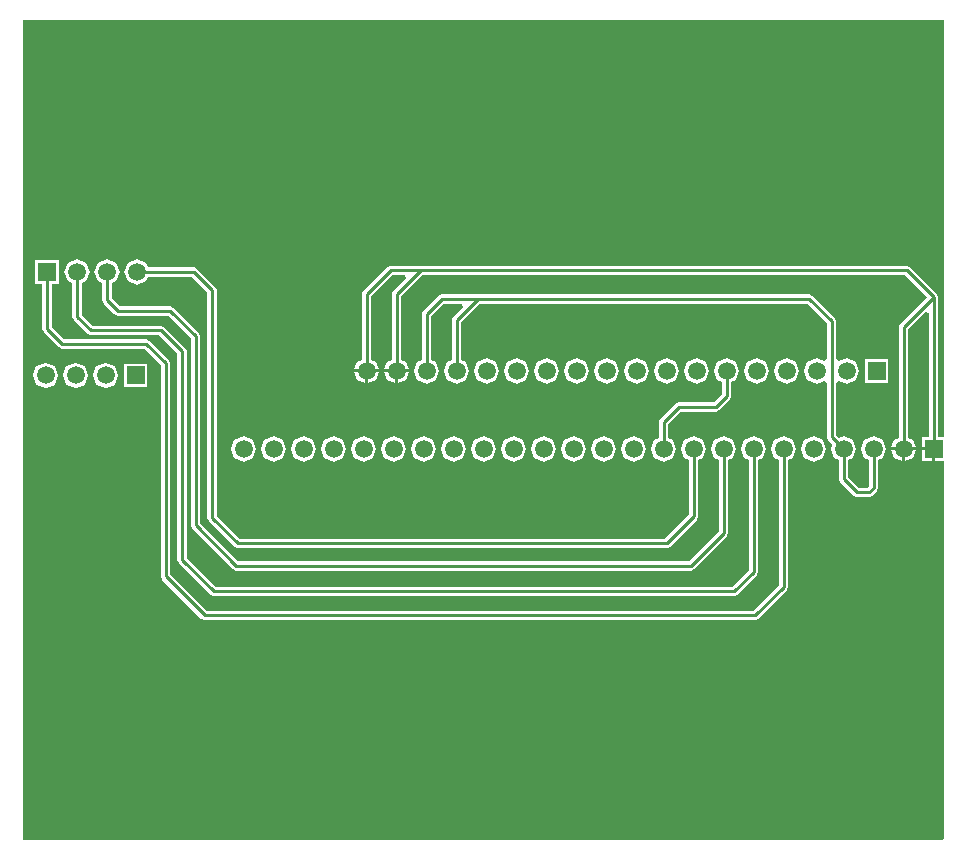
<source format=gbl>
G04 Layer_Physical_Order=2*
G04 Layer_Color=16711680*
%FSLAX43Y43*%
%MOMM*%
G71*
G01*
G75*
%ADD10C,0.254*%
%ADD11C,1.500*%
%ADD12R,1.500X1.500*%
G36*
X117602Y86602D02*
X117125D01*
Y98425D01*
X117005Y98717D01*
X114719Y101003D01*
X114427Y101123D01*
X70739D01*
X70447Y101003D01*
X68415Y98971D01*
X68295Y98679D01*
Y93118D01*
X67939Y92970D01*
X67673Y92329D01*
X68707D01*
X69741D01*
X69475Y92970D01*
X69119Y93118D01*
Y98508D01*
X70910Y100299D01*
X71952D01*
X72049Y100064D01*
X70955Y98971D01*
X70835Y98679D01*
Y93118D01*
X70479Y92970D01*
X70213Y92329D01*
X71247D01*
X72281D01*
X72015Y92970D01*
X71659Y93118D01*
Y98508D01*
X73450Y100299D01*
X114256D01*
X116130Y98425D01*
X113881Y96177D01*
X113761Y95885D01*
Y86514D01*
X113405Y86366D01*
X113139Y85725D01*
X114173D01*
X115207D01*
X114941Y86366D01*
X114585Y86514D01*
Y95714D01*
X116066Y97195D01*
X116301Y97098D01*
Y86602D01*
X115709D01*
Y85725D01*
X116713D01*
Y85598D01*
X116840D01*
Y84594D01*
X117602D01*
Y52705D01*
X117621Y52686D01*
X117524Y52451D01*
X39624D01*
Y121920D01*
X117602D01*
Y86602D01*
D02*
G37*
%LPC*%
G36*
X83693Y86685D02*
X82925Y86366D01*
X82606Y85598D01*
X82925Y84830D01*
X83693Y84511D01*
X84461Y84830D01*
X84780Y85598D01*
X84461Y86366D01*
X83693Y86685D01*
D02*
G37*
G36*
X86233D02*
X85465Y86366D01*
X85146Y85598D01*
X85465Y84830D01*
X86233Y84511D01*
X87001Y84830D01*
X87320Y85598D01*
X87001Y86366D01*
X86233Y86685D01*
D02*
G37*
G36*
X81153D02*
X80385Y86366D01*
X80066Y85598D01*
X80385Y84830D01*
X81153Y84511D01*
X81921Y84830D01*
X82240Y85598D01*
X81921Y86366D01*
X81153Y86685D01*
D02*
G37*
G36*
X76073D02*
X75305Y86366D01*
X74986Y85598D01*
X75305Y84830D01*
X76073Y84511D01*
X76841Y84830D01*
X77160Y85598D01*
X76841Y86366D01*
X76073Y86685D01*
D02*
G37*
G36*
X78613D02*
X77845Y86366D01*
X77526Y85598D01*
X77845Y84830D01*
X78613Y84511D01*
X79381Y84830D01*
X79700Y85598D01*
X79381Y86366D01*
X78613Y86685D01*
D02*
G37*
G36*
X106553D02*
X105785Y86366D01*
X105466Y85598D01*
X105785Y84830D01*
X106553Y84511D01*
X107321Y84830D01*
X107640Y85598D01*
X107321Y86366D01*
X106553Y86685D01*
D02*
G37*
G36*
X114046Y85471D02*
X113139D01*
X113405Y84830D01*
X114046Y84564D01*
Y85471D01*
D02*
G37*
G36*
X99187Y93289D02*
X98419Y92970D01*
X98100Y92202D01*
X98419Y91434D01*
X98775Y91286D01*
Y90214D01*
X98127Y89566D01*
X95123D01*
X94831Y89446D01*
X93561Y88176D01*
X93441Y87884D01*
Y86514D01*
X93085Y86366D01*
X92766Y85598D01*
X93085Y84830D01*
X93853Y84511D01*
X94621Y84830D01*
X94940Y85598D01*
X94621Y86366D01*
X94265Y86514D01*
Y87713D01*
X95294Y88742D01*
X98298D01*
X98590Y88862D01*
X99479Y89751D01*
X99599Y90043D01*
Y91286D01*
X99955Y91434D01*
X100274Y92202D01*
X99955Y92970D01*
X99187Y93289D01*
D02*
G37*
G36*
X88773Y86685D02*
X88005Y86366D01*
X87686Y85598D01*
X88005Y84830D01*
X88773Y84511D01*
X89541Y84830D01*
X89860Y85598D01*
X89541Y86366D01*
X88773Y86685D01*
D02*
G37*
G36*
X91313D02*
X90545Y86366D01*
X90226Y85598D01*
X90545Y84830D01*
X91313Y84511D01*
X92081Y84830D01*
X92400Y85598D01*
X92081Y86366D01*
X91313Y86685D01*
D02*
G37*
G36*
X49276Y101671D02*
X48508Y101352D01*
X48189Y100584D01*
X48508Y99816D01*
X49276Y99497D01*
X50044Y99816D01*
X50192Y100172D01*
X53931D01*
X55214Y98889D01*
Y79756D01*
X55334Y79464D01*
X57493Y77305D01*
X57785Y77185D01*
X94107D01*
X94399Y77305D01*
X96685Y79591D01*
X96805Y79883D01*
Y84682D01*
X97161Y84830D01*
X97480Y85598D01*
X97161Y86366D01*
X96393Y86685D01*
X95625Y86366D01*
X95306Y85598D01*
X95625Y84830D01*
X95981Y84682D01*
Y80054D01*
X93936Y78009D01*
X57956D01*
X56038Y79927D01*
Y99060D01*
X55918Y99352D01*
X54394Y100876D01*
X54102Y100996D01*
X50192D01*
X50044Y101352D01*
X49276Y101671D01*
D02*
G37*
G36*
X58293Y86685D02*
X57525Y86366D01*
X57206Y85598D01*
X57525Y84830D01*
X58293Y84511D01*
X59061Y84830D01*
X59380Y85598D01*
X59061Y86366D01*
X58293Y86685D01*
D02*
G37*
G36*
X46736Y101671D02*
X45968Y101352D01*
X45649Y100584D01*
X45968Y99816D01*
X46324Y99668D01*
Y98171D01*
X46444Y97879D01*
X47333Y96990D01*
X47625Y96870D01*
X51899D01*
X53817Y94952D01*
Y79121D01*
X53937Y78829D01*
X57366Y75400D01*
X57658Y75280D01*
X96139D01*
X96431Y75400D01*
X99225Y78194D01*
X99345Y78486D01*
Y84682D01*
X99701Y84830D01*
X100020Y85598D01*
X99701Y86366D01*
X98933Y86685D01*
X98165Y86366D01*
X97846Y85598D01*
X98165Y84830D01*
X98521Y84682D01*
Y78657D01*
X95968Y76104D01*
X57829D01*
X54641Y79292D01*
Y95123D01*
X54521Y95415D01*
X52362Y97574D01*
X52070Y97694D01*
X47796D01*
X47148Y98342D01*
Y99668D01*
X47504Y99816D01*
X47823Y100584D01*
X47504Y101352D01*
X46736Y101671D01*
D02*
G37*
G36*
X42660Y101588D02*
X40652D01*
Y99580D01*
X41244D01*
Y95758D01*
X41364Y95466D01*
X42634Y94196D01*
X42926Y94076D01*
X49867D01*
X51277Y92666D01*
Y74803D01*
X51397Y74511D01*
X54699Y71209D01*
X54991Y71089D01*
X101600D01*
X101892Y71209D01*
X104305Y73622D01*
X104425Y73914D01*
Y84682D01*
X104781Y84830D01*
X105100Y85598D01*
X104781Y86366D01*
X104013Y86685D01*
X103245Y86366D01*
X102926Y85598D01*
X103245Y84830D01*
X103601Y84682D01*
Y74085D01*
X101429Y71913D01*
X55162D01*
X52101Y74974D01*
Y92837D01*
X51981Y93129D01*
X50330Y94780D01*
X50038Y94900D01*
X43097D01*
X42068Y95929D01*
Y99580D01*
X42660D01*
Y101588D01*
D02*
G37*
G36*
X44196Y101671D02*
X43428Y101352D01*
X43109Y100584D01*
X43428Y99816D01*
X43784Y99668D01*
Y96774D01*
X43904Y96482D01*
X45047Y95339D01*
X45339Y95219D01*
X51137D01*
X52674Y93682D01*
Y76200D01*
X52794Y75908D01*
X55461Y73241D01*
X55753Y73121D01*
X99822D01*
X100114Y73241D01*
X101765Y74892D01*
X101885Y75184D01*
Y84682D01*
X102241Y84830D01*
X102560Y85598D01*
X102241Y86366D01*
X101473Y86685D01*
X100705Y86366D01*
X100386Y85598D01*
X100705Y84830D01*
X101061Y84682D01*
Y75355D01*
X99651Y73945D01*
X55924D01*
X53498Y76371D01*
Y93853D01*
X53378Y94145D01*
X51600Y95923D01*
X51308Y96043D01*
X45510D01*
X44608Y96945D01*
Y99668D01*
X44964Y99816D01*
X45283Y100584D01*
X44964Y101352D01*
X44196Y101671D01*
D02*
G37*
G36*
X60833Y86685D02*
X60065Y86366D01*
X59746Y85598D01*
X60065Y84830D01*
X60833Y84511D01*
X61601Y84830D01*
X61920Y85598D01*
X61601Y86366D01*
X60833Y86685D01*
D02*
G37*
G36*
X70993D02*
X70225Y86366D01*
X69906Y85598D01*
X70225Y84830D01*
X70993Y84511D01*
X71761Y84830D01*
X72080Y85598D01*
X71761Y86366D01*
X70993Y86685D01*
D02*
G37*
G36*
X73533D02*
X72765Y86366D01*
X72446Y85598D01*
X72765Y84830D01*
X73533Y84511D01*
X74301Y84830D01*
X74620Y85598D01*
X74301Y86366D01*
X73533Y86685D01*
D02*
G37*
G36*
X68453D02*
X67685Y86366D01*
X67366Y85598D01*
X67685Y84830D01*
X68453Y84511D01*
X69221Y84830D01*
X69540Y85598D01*
X69221Y86366D01*
X68453Y86685D01*
D02*
G37*
G36*
X63373D02*
X62605Y86366D01*
X62286Y85598D01*
X62605Y84830D01*
X63373Y84511D01*
X64141Y84830D01*
X64460Y85598D01*
X64141Y86366D01*
X63373Y86685D01*
D02*
G37*
G36*
X65913D02*
X65145Y86366D01*
X64826Y85598D01*
X65145Y84830D01*
X65913Y84511D01*
X66681Y84830D01*
X67000Y85598D01*
X66681Y86366D01*
X65913Y86685D01*
D02*
G37*
G36*
X115207Y85471D02*
X114300D01*
Y84564D01*
X114941Y84830D01*
X115207Y85471D01*
D02*
G37*
G36*
X104267Y93289D02*
X103499Y92970D01*
X103180Y92202D01*
X103499Y91434D01*
X104267Y91115D01*
X105035Y91434D01*
X105354Y92202D01*
X105035Y92970D01*
X104267Y93289D01*
D02*
G37*
G36*
X68580Y92075D02*
X67673D01*
X67939Y91434D01*
X68580Y91168D01*
Y92075D01*
D02*
G37*
G36*
X101727Y93289D02*
X100959Y92970D01*
X100640Y92202D01*
X100959Y91434D01*
X101727Y91115D01*
X102495Y91434D01*
X102814Y92202D01*
X102495Y92970D01*
X101727Y93289D01*
D02*
G37*
G36*
X94107D02*
X93339Y92970D01*
X93020Y92202D01*
X93339Y91434D01*
X94107Y91115D01*
X94875Y91434D01*
X95194Y92202D01*
X94875Y92970D01*
X94107Y93289D01*
D02*
G37*
G36*
X96647D02*
X95879Y92970D01*
X95560Y92202D01*
X95879Y91434D01*
X96647Y91115D01*
X97415Y91434D01*
X97734Y92202D01*
X97415Y92970D01*
X96647Y93289D01*
D02*
G37*
G36*
X112891Y93206D02*
X110883D01*
Y91198D01*
X112891D01*
Y93206D01*
D02*
G37*
G36*
X106172Y98710D02*
X75057D01*
X74765Y98590D01*
X73495Y97320D01*
X73375Y97028D01*
Y93118D01*
X73019Y92970D01*
X72700Y92202D01*
X73019Y91434D01*
X73787Y91115D01*
X74555Y91434D01*
X74874Y92202D01*
X74555Y92970D01*
X74199Y93118D01*
Y96857D01*
X75228Y97886D01*
X76778D01*
X76875Y97651D01*
X76035Y96812D01*
X75915Y96520D01*
Y93118D01*
X75559Y92970D01*
X75240Y92202D01*
X75559Y91434D01*
X76327Y91115D01*
X77095Y91434D01*
X77414Y92202D01*
X77095Y92970D01*
X76739Y93118D01*
Y96349D01*
X78276Y97886D01*
X106001D01*
X107665Y96222D01*
Y93208D01*
X107411Y93039D01*
X106807Y93289D01*
X106039Y92970D01*
X105720Y92202D01*
X106039Y91434D01*
X106807Y91115D01*
X107411Y91365D01*
X107665Y91196D01*
Y86614D01*
X107785Y86322D01*
X108154Y85954D01*
X108006Y85598D01*
X108325Y84830D01*
X108681Y84682D01*
Y83058D01*
X108801Y82766D01*
X109944Y81623D01*
X110236Y81503D01*
X111252D01*
X111544Y81623D01*
X111925Y82004D01*
X112045Y82296D01*
Y84682D01*
X112401Y84830D01*
X112720Y85598D01*
X112401Y86366D01*
X111633Y86685D01*
X110865Y86366D01*
X110546Y85598D01*
X110865Y84830D01*
X111221Y84682D01*
Y82467D01*
X111081Y82327D01*
X110407D01*
X109505Y83229D01*
Y84682D01*
X109861Y84830D01*
X110180Y85598D01*
X109861Y86366D01*
X109093Y86685D01*
X108737Y86537D01*
X108489Y86785D01*
Y91196D01*
X108743Y91365D01*
X109347Y91115D01*
X110115Y91434D01*
X110434Y92202D01*
X110115Y92970D01*
X109347Y93289D01*
X108743Y93039D01*
X108489Y93208D01*
Y96393D01*
X108369Y96685D01*
X106464Y98590D01*
X106172Y98710D01*
D02*
G37*
G36*
X72281Y92075D02*
X71374D01*
Y91168D01*
X72015Y91434D01*
X72281Y92075D01*
D02*
G37*
G36*
X71120D02*
X70213D01*
X70479Y91434D01*
X71120Y91168D01*
Y92075D01*
D02*
G37*
G36*
X69741D02*
X68834D01*
Y91168D01*
X69475Y91434D01*
X69741Y92075D01*
D02*
G37*
G36*
X91567Y93289D02*
X90799Y92970D01*
X90480Y92202D01*
X90799Y91434D01*
X91567Y91115D01*
X92335Y91434D01*
X92654Y92202D01*
X92335Y92970D01*
X91567Y93289D01*
D02*
G37*
G36*
X46609Y92908D02*
X45841Y92589D01*
X45522Y91821D01*
X45841Y91053D01*
X46609Y90734D01*
X47377Y91053D01*
X47696Y91821D01*
X47377Y92589D01*
X46609Y92908D01*
D02*
G37*
G36*
X50153Y92825D02*
X48145D01*
Y90817D01*
X50153D01*
Y92825D01*
D02*
G37*
G36*
X44069Y92908D02*
X43301Y92589D01*
X42982Y91821D01*
X43301Y91053D01*
X44069Y90734D01*
X44837Y91053D01*
X45156Y91821D01*
X44837Y92589D01*
X44069Y92908D01*
D02*
G37*
G36*
X116586Y85471D02*
X115709D01*
Y84594D01*
X116586D01*
Y85471D01*
D02*
G37*
G36*
X41529Y92908D02*
X40761Y92589D01*
X40442Y91821D01*
X40761Y91053D01*
X41529Y90734D01*
X42297Y91053D01*
X42616Y91821D01*
X42297Y92589D01*
X41529Y92908D01*
D02*
G37*
G36*
X86487Y93289D02*
X85719Y92970D01*
X85400Y92202D01*
X85719Y91434D01*
X86487Y91115D01*
X87255Y91434D01*
X87574Y92202D01*
X87255Y92970D01*
X86487Y93289D01*
D02*
G37*
G36*
X89027D02*
X88259Y92970D01*
X87940Y92202D01*
X88259Y91434D01*
X89027Y91115D01*
X89795Y91434D01*
X90114Y92202D01*
X89795Y92970D01*
X89027Y93289D01*
D02*
G37*
G36*
X83947D02*
X83179Y92970D01*
X82860Y92202D01*
X83179Y91434D01*
X83947Y91115D01*
X84715Y91434D01*
X85034Y92202D01*
X84715Y92970D01*
X83947Y93289D01*
D02*
G37*
G36*
X78867D02*
X78099Y92970D01*
X77780Y92202D01*
X78099Y91434D01*
X78867Y91115D01*
X79635Y91434D01*
X79954Y92202D01*
X79635Y92970D01*
X78867Y93289D01*
D02*
G37*
G36*
X81407D02*
X80639Y92970D01*
X80320Y92202D01*
X80639Y91434D01*
X81407Y91115D01*
X82175Y91434D01*
X82494Y92202D01*
X82175Y92970D01*
X81407Y93289D01*
D02*
G37*
%LPD*%
D10*
X41656Y95758D02*
Y100584D01*
Y95758D02*
X42926Y94488D01*
X50038D01*
X51689Y92837D01*
Y74803D02*
Y92837D01*
Y74803D02*
X54991Y71501D01*
X101600D01*
X104013Y73914D01*
Y85598D01*
X44196Y96774D02*
Y100584D01*
Y96774D02*
X45339Y95631D01*
X51308D01*
X53086Y93853D01*
Y76200D02*
Y93853D01*
Y76200D02*
X55753Y73533D01*
X99822D01*
X101473Y75184D01*
Y85598D01*
X46736Y98171D02*
Y100584D01*
Y98171D02*
X47625Y97282D01*
X52070D01*
X54229Y95123D01*
Y79121D02*
Y95123D01*
Y79121D02*
X57658Y75692D01*
X96139D01*
X57785Y77597D02*
X94107D01*
X55626Y79756D02*
X57785Y77597D01*
X55626Y79756D02*
Y99060D01*
X54102Y100584D02*
X55626Y99060D01*
X49276Y100584D02*
X54102D01*
X96139Y75692D02*
X98933Y78486D01*
Y85598D01*
X94107Y77597D02*
X96393Y79883D01*
Y85598D01*
X73279Y100711D02*
X114427D01*
X70739D02*
X73279D01*
X71247Y98679D02*
X73279Y100711D01*
X71247Y92202D02*
Y98679D01*
X114173Y95885D02*
X116713Y98425D01*
X114173Y85598D02*
Y95885D01*
X116713Y85598D02*
Y98425D01*
X114427Y100711D02*
X116713Y98425D01*
X68707Y98679D02*
X70739Y100711D01*
X68707Y92202D02*
Y98679D01*
X78105Y98298D02*
X106172D01*
X75057D02*
X78105D01*
X76327Y96520D02*
X78105Y98298D01*
X76327Y92202D02*
Y96520D01*
X111633Y82296D02*
Y85598D01*
X111252Y81915D02*
X111633Y82296D01*
X110236Y81915D02*
X111252D01*
X109093Y83058D02*
X110236Y81915D01*
X109093Y83058D02*
Y85598D01*
X108077Y86614D02*
X109093Y85598D01*
X108077Y86614D02*
Y96393D01*
X106172Y98298D02*
X108077Y96393D01*
X73787Y97028D02*
X75057Y98298D01*
X73787Y92202D02*
Y97028D01*
X99187Y90043D02*
Y92202D01*
X98298Y89154D02*
X99187Y90043D01*
X95123Y89154D02*
X98298D01*
X93853Y87884D02*
X95123Y89154D01*
X93853Y85598D02*
Y87884D01*
D11*
X41529Y91821D02*
D03*
X44069D02*
D03*
X46609D02*
D03*
X49276Y100584D02*
D03*
X46736D02*
D03*
X44196D02*
D03*
X58293Y85598D02*
D03*
X60833D02*
D03*
X63373D02*
D03*
X65913D02*
D03*
X68453D02*
D03*
X70993D02*
D03*
X73533D02*
D03*
X76073D02*
D03*
X78613D02*
D03*
X81153D02*
D03*
X83693D02*
D03*
X86233D02*
D03*
X88773D02*
D03*
X91313D02*
D03*
X93853D02*
D03*
X96393D02*
D03*
X98933D02*
D03*
X101473D02*
D03*
X104013D02*
D03*
X106553D02*
D03*
X109093D02*
D03*
X111633D02*
D03*
X114173D02*
D03*
X68707Y92202D02*
D03*
X71247D02*
D03*
X73787D02*
D03*
X76327D02*
D03*
X78867D02*
D03*
X81407D02*
D03*
X83947D02*
D03*
X86487D02*
D03*
X89027D02*
D03*
X91567D02*
D03*
X94107D02*
D03*
X96647D02*
D03*
X99187D02*
D03*
X101727D02*
D03*
X104267D02*
D03*
X106807D02*
D03*
X109347D02*
D03*
D12*
X49149Y91821D02*
D03*
X41656Y100584D02*
D03*
X116713Y85598D02*
D03*
X111887Y92202D02*
D03*
M02*

</source>
